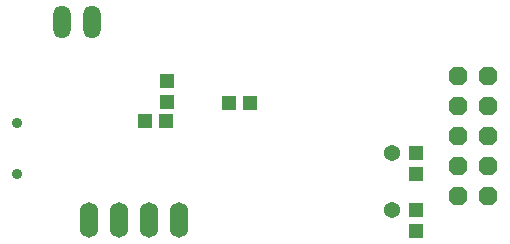
<source format=gbr>
%TF.GenerationSoftware,KiCad,Pcbnew,(6.0.7)*%
%TF.CreationDate,2022-08-30T17:29:13+02:00*%
%TF.ProjectId,bmp_entropia,626d705f-656e-4747-926f-7069612e6b69,rev?*%
%TF.SameCoordinates,Original*%
%TF.FileFunction,Soldermask,Bot*%
%TF.FilePolarity,Negative*%
%FSLAX46Y46*%
G04 Gerber Fmt 4.6, Leading zero omitted, Abs format (unit mm)*
G04 Created by KiCad (PCBNEW (6.0.7)) date 2022-08-30 17:29:13*
%MOMM*%
%LPD*%
G01*
G04 APERTURE LIST*
G04 Aperture macros list*
%AMRoundRect*
0 Rectangle with rounded corners*
0 $1 Rounding radius*
0 $2 $3 $4 $5 $6 $7 $8 $9 X,Y pos of 4 corners*
0 Add a 4 corners polygon primitive as box body*
4,1,4,$2,$3,$4,$5,$6,$7,$8,$9,$2,$3,0*
0 Add four circle primitives for the rounded corners*
1,1,$1+$1,$2,$3*
1,1,$1+$1,$4,$5*
1,1,$1+$1,$6,$7*
1,1,$1+$1,$8,$9*
0 Add four rect primitives between the rounded corners*
20,1,$1+$1,$2,$3,$4,$5,0*
20,1,$1+$1,$4,$5,$6,$7,0*
20,1,$1+$1,$6,$7,$8,$9,0*
20,1,$1+$1,$8,$9,$2,$3,0*%
%AMFreePoly0*
4,1,25,0.343569,0.769573,0.348471,0.765082,0.765082,0.348471,0.787110,0.301230,0.787400,0.294589,0.787400,-0.294589,0.769573,-0.343569,0.765082,-0.348471,0.348471,-0.765082,0.301230,-0.787110,0.294589,-0.787400,-0.294589,-0.787400,-0.343569,-0.769573,-0.348471,-0.765082,-0.765082,-0.348471,-0.787110,-0.301230,-0.787400,-0.294589,-0.787400,0.294589,-0.769573,0.343569,-0.765082,0.348471,
-0.348471,0.765082,-0.301230,0.787110,-0.294589,0.787400,0.294589,0.787400,0.343569,0.769573,0.343569,0.769573,$1*%
G04 Aperture macros list end*
%ADD10O,1.574800X2.997200*%
%ADD11FreePoly0,90.000000*%
%ADD12C,0.900000*%
%ADD13O,1.473200X2.794000*%
%ADD14C,1.371600*%
%ADD15RoundRect,0.076200X-0.500000X-0.550000X0.500000X-0.550000X0.500000X0.550000X-0.500000X0.550000X0*%
%ADD16RoundRect,0.076200X0.500000X-0.550000X0.500000X0.550000X-0.500000X0.550000X-0.500000X-0.550000X0*%
%ADD17RoundRect,0.076200X-0.550000X0.500000X-0.550000X-0.500000X0.550000X-0.500000X0.550000X0.500000X0*%
G04 APERTURE END LIST*
D10*
%TO.C,SV1*%
X143139100Y-113272600D03*
X140599100Y-113272600D03*
X138059100Y-113272600D03*
X135519100Y-113272600D03*
%TD*%
D11*
%TO.C,SV2*%
X169301100Y-111240600D03*
X166761100Y-111240600D03*
X169301100Y-108700600D03*
X166761100Y-108700600D03*
X169301100Y-106160600D03*
X166761100Y-106160600D03*
X169301100Y-103620600D03*
X166761100Y-103620600D03*
X169301100Y-101080600D03*
X166761100Y-101080600D03*
%TD*%
D12*
%TO.C,X1*%
X129423100Y-109376600D03*
X129423100Y-104976600D03*
%TD*%
D13*
%TO.C,JP1*%
X135773100Y-96508600D03*
X133233100Y-96508600D03*
%TD*%
D14*
%TO.C,Q1*%
X161173100Y-112383600D03*
X161173100Y-107557600D03*
%TD*%
D15*
%TO.C,R13*%
X140257100Y-104890600D03*
X141957100Y-104890600D03*
%TD*%
D16*
%TO.C,C2*%
X163205100Y-109296600D03*
X163205100Y-107596600D03*
%TD*%
%TO.C,C1*%
X163205100Y-114122600D03*
X163205100Y-112422600D03*
%TD*%
D15*
%TO.C,R14*%
X147369100Y-103366600D03*
X149069100Y-103366600D03*
%TD*%
D17*
%TO.C,R12*%
X142123100Y-101500600D03*
X142123100Y-103200600D03*
%TD*%
M02*

</source>
